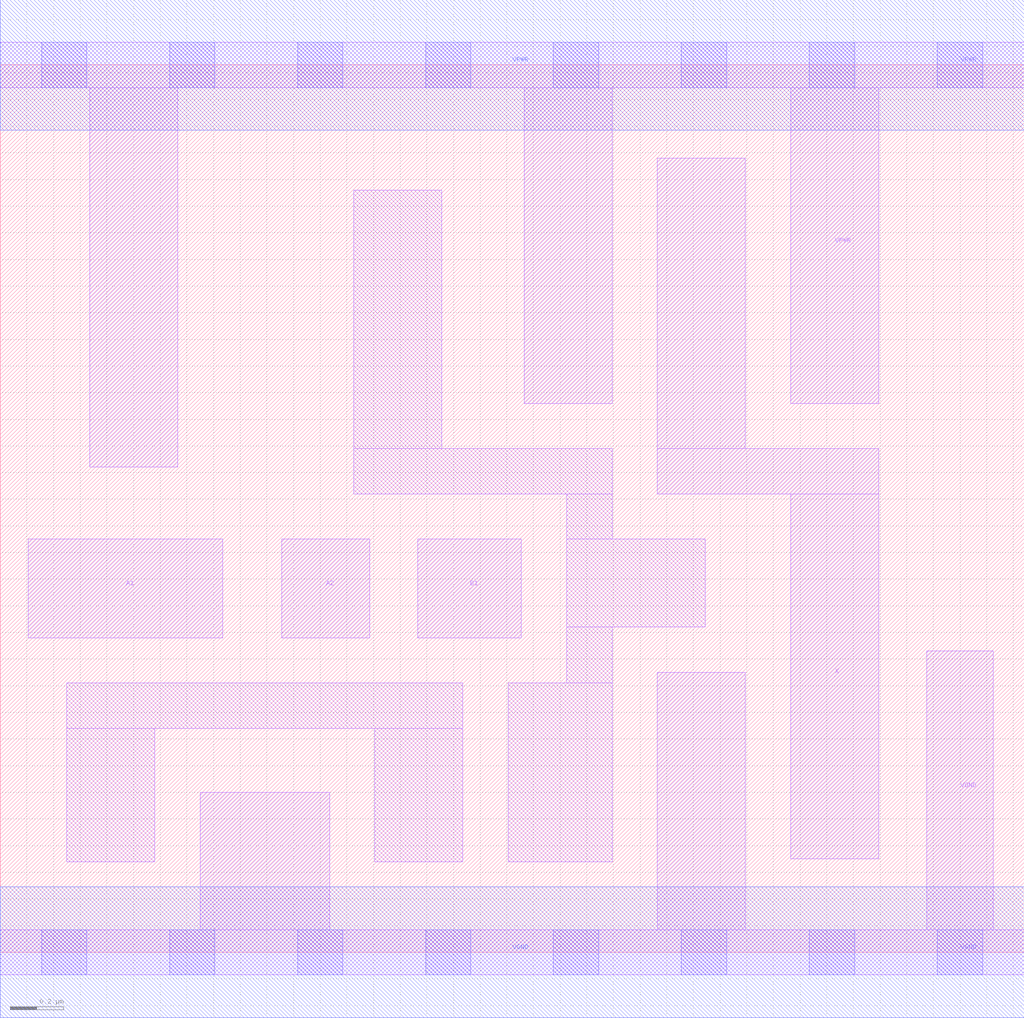
<source format=lef>
# Copyright 2020 The SkyWater PDK Authors
#
# Licensed under the Apache License, Version 2.0 (the "License");
# you may not use this file except in compliance with the License.
# You may obtain a copy of the License at
#
#     https://www.apache.org/licenses/LICENSE-2.0
#
# Unless required by applicable law or agreed to in writing, software
# distributed under the License is distributed on an "AS IS" BASIS,
# WITHOUT WARRANTIES OR CONDITIONS OF ANY KIND, either express or implied.
# See the License for the specific language governing permissions and
# limitations under the License.
#
# SPDX-License-Identifier: Apache-2.0

VERSION 5.7 ;
  NAMESCASESENSITIVE ON ;
  NOWIREEXTENSIONATPIN ON ;
  DIVIDERCHAR "/" ;
  BUSBITCHARS "[]" ;
UNITS
  DATABASE MICRONS 200 ;
END UNITS
MACRO sky130_fd_sc_hs__o21a_2
  CLASS CORE ;
  SOURCE USER ;
  FOREIGN sky130_fd_sc_hs__o21a_2 ;
  ORIGIN  0.000000  0.000000 ;
  SIZE  3.840000 BY  3.330000 ;
  SYMMETRY X Y ;
  SITE unit ;
  PIN A1
    ANTENNAGATEAREA  0.261000 ;
    DIRECTION INPUT ;
    USE SIGNAL ;
    PORT
      LAYER li1 ;
        RECT 0.105000 1.180000 0.835000 1.550000 ;
    END
  END A1
  PIN A2
    ANTENNAGATEAREA  0.261000 ;
    DIRECTION INPUT ;
    USE SIGNAL ;
    PORT
      LAYER li1 ;
        RECT 1.055000 1.180000 1.385000 1.550000 ;
    END
  END A2
  PIN B1
    ANTENNAGATEAREA  0.261000 ;
    DIRECTION INPUT ;
    USE SIGNAL ;
    PORT
      LAYER li1 ;
        RECT 1.565000 1.180000 1.955000 1.550000 ;
    END
  END B1
  PIN X
    ANTENNADIFFAREA  0.543200 ;
    DIRECTION OUTPUT ;
    USE SIGNAL ;
    PORT
      LAYER li1 ;
        RECT 2.465000 1.720000 3.295000 1.890000 ;
        RECT 2.465000 1.890000 2.795000 2.980000 ;
        RECT 2.965000 0.350000 3.295000 1.720000 ;
    END
  END X
  PIN VGND
    DIRECTION INOUT ;
    USE GROUND ;
    PORT
      LAYER li1 ;
        RECT 0.000000 -0.085000 3.840000 0.085000 ;
        RECT 0.750000  0.085000 1.235000 0.600000 ;
        RECT 2.465000  0.085000 2.795000 1.050000 ;
        RECT 3.475000  0.085000 3.725000 1.130000 ;
      LAYER mcon ;
        RECT 0.155000 -0.085000 0.325000 0.085000 ;
        RECT 0.635000 -0.085000 0.805000 0.085000 ;
        RECT 1.115000 -0.085000 1.285000 0.085000 ;
        RECT 1.595000 -0.085000 1.765000 0.085000 ;
        RECT 2.075000 -0.085000 2.245000 0.085000 ;
        RECT 2.555000 -0.085000 2.725000 0.085000 ;
        RECT 3.035000 -0.085000 3.205000 0.085000 ;
        RECT 3.515000 -0.085000 3.685000 0.085000 ;
      LAYER met1 ;
        RECT 0.000000 -0.245000 3.840000 0.245000 ;
    END
  END VGND
  PIN VPWR
    DIRECTION INOUT ;
    USE POWER ;
    PORT
      LAYER li1 ;
        RECT 0.000000 3.245000 3.840000 3.415000 ;
        RECT 0.335000 1.820000 0.665000 3.245000 ;
        RECT 1.965000 2.060000 2.295000 3.245000 ;
        RECT 2.965000 2.060000 3.295000 3.245000 ;
      LAYER mcon ;
        RECT 0.155000 3.245000 0.325000 3.415000 ;
        RECT 0.635000 3.245000 0.805000 3.415000 ;
        RECT 1.115000 3.245000 1.285000 3.415000 ;
        RECT 1.595000 3.245000 1.765000 3.415000 ;
        RECT 2.075000 3.245000 2.245000 3.415000 ;
        RECT 2.555000 3.245000 2.725000 3.415000 ;
        RECT 3.035000 3.245000 3.205000 3.415000 ;
        RECT 3.515000 3.245000 3.685000 3.415000 ;
      LAYER met1 ;
        RECT 0.000000 3.085000 3.840000 3.575000 ;
    END
  END VPWR
  OBS
    LAYER li1 ;
      RECT 0.250000 0.340000 0.580000 0.840000 ;
      RECT 0.250000 0.840000 1.735000 1.010000 ;
      RECT 1.325000 1.720000 2.295000 1.890000 ;
      RECT 1.325000 1.890000 1.655000 2.860000 ;
      RECT 1.405000 0.340000 1.735000 0.840000 ;
      RECT 1.905000 0.340000 2.295000 1.010000 ;
      RECT 2.125000 1.010000 2.295000 1.220000 ;
      RECT 2.125000 1.220000 2.645000 1.550000 ;
      RECT 2.125000 1.550000 2.295000 1.720000 ;
  END
END sky130_fd_sc_hs__o21a_2

</source>
